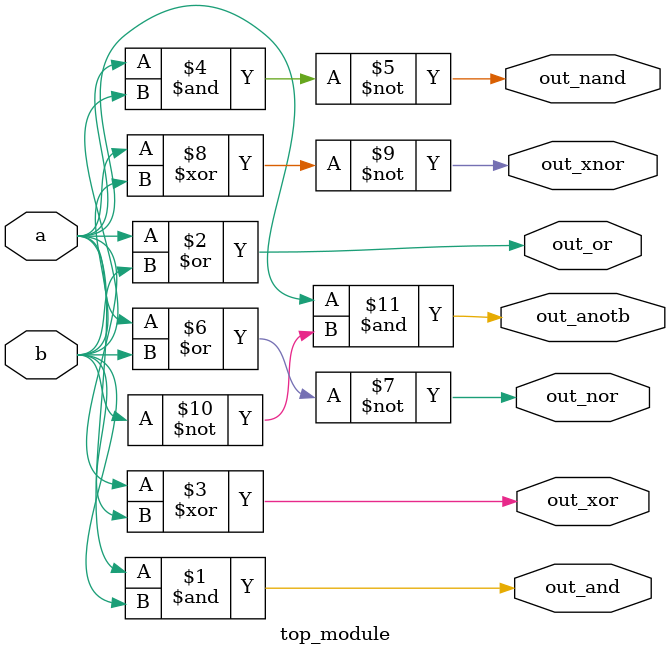
<source format=sv>
module top_module (
    input a,
    input b,
    output out_and,
    output out_or,
    output out_xor,
    output out_nand,
    output out_nor,
    output out_xnor,
    output out_anotb
);

    // Implement the logical operations
    assign out_and = a & b;
    assign out_or  = a | b;
    assign out_xor = a ^ b;
    assign out_nand = ~(a & b);
    assign out_nor = ~(a | b);
    assign out_xnor = ~(a ^ b);
    assign out_anotb = a & ~b;

endmodule

</source>
